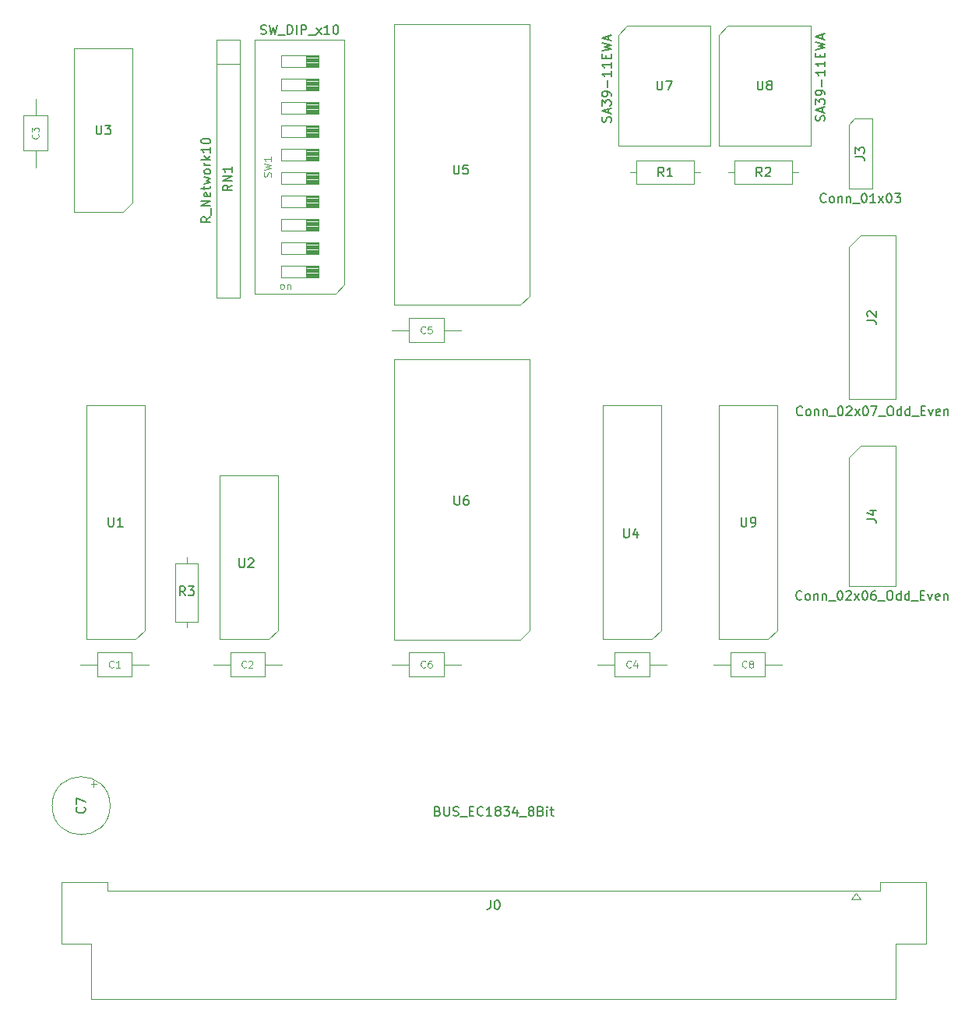
<source format=gbr>
%TF.GenerationSoftware,KiCad,Pcbnew,(5.1.12)-1*%
%TF.CreationDate,2022-05-03T20:15:27+02:00*%
%TF.ProjectId,ec1834-post,65633138-3334-42d7-906f-73742e6b6963,2*%
%TF.SameCoordinates,Original*%
%TF.FileFunction,AssemblyDrawing,Top*%
%FSLAX46Y46*%
G04 Gerber Fmt 4.6, Leading zero omitted, Abs format (unit mm)*
G04 Created by KiCad (PCBNEW (5.1.12)-1) date 2022-05-03 20:15:27*
%MOMM*%
%LPD*%
G01*
G04 APERTURE LIST*
%ADD10C,0.100000*%
%ADD11C,0.150000*%
%ADD12C,0.114000*%
%ADD13C,0.120000*%
G04 APERTURE END LIST*
D10*
%TO.C,U3*%
X77851000Y-73930000D02*
X76851000Y-74930000D01*
X77851000Y-57150000D02*
X77851000Y-73930000D01*
X71501000Y-57150000D02*
X77851000Y-57150000D01*
X71501000Y-74930000D02*
X71501000Y-57150000D01*
X76851000Y-74930000D02*
X71501000Y-74930000D01*
%TO.C,U5*%
X120030000Y-85026500D02*
X106300000Y-85026500D01*
X106300000Y-85026500D02*
X106300000Y-54546500D01*
X106300000Y-54546500D02*
X121030000Y-54546500D01*
X121030000Y-54546500D02*
X121030000Y-84026500D01*
X121030000Y-84026500D02*
X120030000Y-85026500D01*
%TO.C,J0*%
X155964000Y-149601000D02*
X156464000Y-148901000D01*
X156964000Y-149601000D02*
X155964000Y-149601000D01*
X156464000Y-148901000D02*
X156964000Y-149601000D01*
X73344000Y-160441000D02*
X160844000Y-160441000D01*
X73344000Y-154441000D02*
X73344000Y-160441000D01*
X70094000Y-154441000D02*
X73344000Y-154441000D01*
X70094000Y-147701000D02*
X70094000Y-154441000D01*
X75094000Y-147701000D02*
X70094000Y-147701000D01*
X75094000Y-148701000D02*
X75094000Y-147701000D01*
X159094000Y-148701000D02*
X75094000Y-148701000D01*
X159094000Y-147701000D02*
X159094000Y-148701000D01*
X164094000Y-147701000D02*
X159094000Y-147701000D01*
X164094000Y-154441000D02*
X164094000Y-147701000D01*
X160844000Y-154441000D02*
X164094000Y-154441000D01*
X160844000Y-160441000D02*
X160844000Y-154441000D01*
%TO.C,U4*%
X134318500Y-121348500D02*
X128968500Y-121348500D01*
X128968500Y-121348500D02*
X128968500Y-95948500D01*
X128968500Y-95948500D02*
X135318500Y-95948500D01*
X135318500Y-95948500D02*
X135318500Y-120348500D01*
X135318500Y-120348500D02*
X134318500Y-121348500D01*
%TO.C,C4*%
X135897000Y-124079000D02*
X134047000Y-124079000D01*
X128397000Y-124079000D02*
X130247000Y-124079000D01*
X134047000Y-122779000D02*
X130247000Y-122779000D01*
X134047000Y-125379000D02*
X134047000Y-122779000D01*
X130247000Y-125379000D02*
X134047000Y-125379000D01*
X130247000Y-122779000D02*
X130247000Y-125379000D01*
%TO.C,U9*%
X146960000Y-121348500D02*
X141610000Y-121348500D01*
X141610000Y-121348500D02*
X141610000Y-95948500D01*
X141610000Y-95948500D02*
X147960000Y-95948500D01*
X147960000Y-95948500D02*
X147960000Y-120348500D01*
X147960000Y-120348500D02*
X146960000Y-121348500D01*
%TO.C,C8*%
X142820000Y-122779000D02*
X142820000Y-125379000D01*
X142820000Y-125379000D02*
X146620000Y-125379000D01*
X146620000Y-125379000D02*
X146620000Y-122779000D01*
X146620000Y-122779000D02*
X142820000Y-122779000D01*
X140970000Y-124079000D02*
X142820000Y-124079000D01*
X148470000Y-124079000D02*
X146620000Y-124079000D01*
%TO.C,C7*%
X75413000Y-139426000D02*
G75*
G03*
X75413000Y-139426000I-3150000J0D01*
G01*
X73636500Y-136732028D02*
X73636500Y-137362028D01*
X73951500Y-137047028D02*
X73321500Y-137047028D01*
%TO.C,C6*%
X113545000Y-124079000D02*
X111695000Y-124079000D01*
X106045000Y-124079000D02*
X107895000Y-124079000D01*
X111695000Y-122779000D02*
X107895000Y-122779000D01*
X111695000Y-125379000D02*
X111695000Y-122779000D01*
X107895000Y-125379000D02*
X111695000Y-125379000D01*
X107895000Y-122779000D02*
X107895000Y-125379000D01*
%TO.C,C5*%
X113545000Y-87757000D02*
X111695000Y-87757000D01*
X106045000Y-87757000D02*
X107895000Y-87757000D01*
X111695000Y-86457000D02*
X107895000Y-86457000D01*
X111695000Y-89057000D02*
X111695000Y-86457000D01*
X107895000Y-89057000D02*
X111695000Y-89057000D01*
X107895000Y-86457000D02*
X107895000Y-89057000D01*
%TO.C,J4*%
X155702000Y-101600000D02*
X156972000Y-100330000D01*
X155702000Y-115570000D02*
X155702000Y-101600000D01*
X160782000Y-115570000D02*
X155702000Y-115570000D01*
X160782000Y-100330000D02*
X160782000Y-115570000D01*
X156972000Y-100330000D02*
X160782000Y-100330000D01*
%TO.C,J3*%
X155702000Y-65405000D02*
X156337000Y-64770000D01*
X155702000Y-72390000D02*
X155702000Y-65405000D01*
X158242000Y-72390000D02*
X155702000Y-72390000D01*
X158242000Y-64770000D02*
X158242000Y-72390000D01*
X156337000Y-64770000D02*
X158242000Y-64770000D01*
%TO.C,J2*%
X155702000Y-78740000D02*
X156972000Y-77470000D01*
X155702000Y-95250000D02*
X155702000Y-78740000D01*
X160782000Y-95250000D02*
X155702000Y-95250000D01*
X160782000Y-77470000D02*
X160782000Y-95250000D01*
X156972000Y-77470000D02*
X160782000Y-77470000D01*
%TO.C,U8*%
X142558000Y-54714000D02*
X151558000Y-54714000D01*
X141558000Y-55714000D02*
X142558000Y-54714000D01*
X141558000Y-67714000D02*
X141558000Y-55714000D01*
X151558000Y-67714000D02*
X141558000Y-67714000D01*
X151558000Y-54714000D02*
X151558000Y-67714000D01*
%TO.C,U7*%
X131636000Y-54714000D02*
X140636000Y-54714000D01*
X130636000Y-55714000D02*
X131636000Y-54714000D01*
X130636000Y-67714000D02*
X130636000Y-55714000D01*
X140636000Y-67714000D02*
X130636000Y-67714000D01*
X140636000Y-54714000D02*
X140636000Y-67714000D01*
%TO.C,U6*%
X120030000Y-121412000D02*
X106300000Y-121412000D01*
X106300000Y-121412000D02*
X106300000Y-90932000D01*
X106300000Y-90932000D02*
X121030000Y-90932000D01*
X121030000Y-90932000D02*
X121030000Y-120412000D01*
X121030000Y-120412000D02*
X120030000Y-121412000D01*
%TO.C,U2*%
X92637100Y-121348500D02*
X87287100Y-121348500D01*
X87287100Y-121348500D02*
X87287100Y-103568500D01*
X87287100Y-103568500D02*
X93637100Y-103568500D01*
X93637100Y-103568500D02*
X93637100Y-120348500D01*
X93637100Y-120348500D02*
X92637100Y-121348500D01*
%TO.C,U1*%
X78159100Y-121348500D02*
X72809100Y-121348500D01*
X72809100Y-121348500D02*
X72809100Y-95948500D01*
X72809100Y-95948500D02*
X79159100Y-95948500D01*
X79159100Y-95948500D02*
X79159100Y-120348500D01*
X79159100Y-120348500D02*
X78159100Y-121348500D01*
%TO.C,SW1*%
X99902000Y-83794000D02*
X91122000Y-83794000D01*
X91122000Y-83794000D02*
X91122000Y-56214000D01*
X91122000Y-56214000D02*
X100902000Y-56214000D01*
X100902000Y-56214000D02*
X100902000Y-82794000D01*
X100902000Y-82794000D02*
X99902000Y-83794000D01*
X98042000Y-82069000D02*
X98042000Y-80799000D01*
X98042000Y-80799000D02*
X93982000Y-80799000D01*
X93982000Y-80799000D02*
X93982000Y-82069000D01*
X93982000Y-82069000D02*
X98042000Y-82069000D01*
X98042000Y-81969000D02*
X96688667Y-81969000D01*
X98042000Y-81869000D02*
X96688667Y-81869000D01*
X98042000Y-81769000D02*
X96688667Y-81769000D01*
X98042000Y-81669000D02*
X96688667Y-81669000D01*
X98042000Y-81569000D02*
X96688667Y-81569000D01*
X98042000Y-81469000D02*
X96688667Y-81469000D01*
X98042000Y-81369000D02*
X96688667Y-81369000D01*
X98042000Y-81269000D02*
X96688667Y-81269000D01*
X98042000Y-81169000D02*
X96688667Y-81169000D01*
X98042000Y-81069000D02*
X96688667Y-81069000D01*
X98042000Y-80969000D02*
X96688667Y-80969000D01*
X98042000Y-80869000D02*
X96688667Y-80869000D01*
X96688667Y-82069000D02*
X96688667Y-80799000D01*
X98042000Y-79529000D02*
X98042000Y-78259000D01*
X98042000Y-78259000D02*
X93982000Y-78259000D01*
X93982000Y-78259000D02*
X93982000Y-79529000D01*
X93982000Y-79529000D02*
X98042000Y-79529000D01*
X98042000Y-79429000D02*
X96688667Y-79429000D01*
X98042000Y-79329000D02*
X96688667Y-79329000D01*
X98042000Y-79229000D02*
X96688667Y-79229000D01*
X98042000Y-79129000D02*
X96688667Y-79129000D01*
X98042000Y-79029000D02*
X96688667Y-79029000D01*
X98042000Y-78929000D02*
X96688667Y-78929000D01*
X98042000Y-78829000D02*
X96688667Y-78829000D01*
X98042000Y-78729000D02*
X96688667Y-78729000D01*
X98042000Y-78629000D02*
X96688667Y-78629000D01*
X98042000Y-78529000D02*
X96688667Y-78529000D01*
X98042000Y-78429000D02*
X96688667Y-78429000D01*
X98042000Y-78329000D02*
X96688667Y-78329000D01*
X96688667Y-79529000D02*
X96688667Y-78259000D01*
X98042000Y-76989000D02*
X98042000Y-75719000D01*
X98042000Y-75719000D02*
X93982000Y-75719000D01*
X93982000Y-75719000D02*
X93982000Y-76989000D01*
X93982000Y-76989000D02*
X98042000Y-76989000D01*
X98042000Y-76889000D02*
X96688667Y-76889000D01*
X98042000Y-76789000D02*
X96688667Y-76789000D01*
X98042000Y-76689000D02*
X96688667Y-76689000D01*
X98042000Y-76589000D02*
X96688667Y-76589000D01*
X98042000Y-76489000D02*
X96688667Y-76489000D01*
X98042000Y-76389000D02*
X96688667Y-76389000D01*
X98042000Y-76289000D02*
X96688667Y-76289000D01*
X98042000Y-76189000D02*
X96688667Y-76189000D01*
X98042000Y-76089000D02*
X96688667Y-76089000D01*
X98042000Y-75989000D02*
X96688667Y-75989000D01*
X98042000Y-75889000D02*
X96688667Y-75889000D01*
X98042000Y-75789000D02*
X96688667Y-75789000D01*
X96688667Y-76989000D02*
X96688667Y-75719000D01*
X98042000Y-74449000D02*
X98042000Y-73179000D01*
X98042000Y-73179000D02*
X93982000Y-73179000D01*
X93982000Y-73179000D02*
X93982000Y-74449000D01*
X93982000Y-74449000D02*
X98042000Y-74449000D01*
X98042000Y-74349000D02*
X96688667Y-74349000D01*
X98042000Y-74249000D02*
X96688667Y-74249000D01*
X98042000Y-74149000D02*
X96688667Y-74149000D01*
X98042000Y-74049000D02*
X96688667Y-74049000D01*
X98042000Y-73949000D02*
X96688667Y-73949000D01*
X98042000Y-73849000D02*
X96688667Y-73849000D01*
X98042000Y-73749000D02*
X96688667Y-73749000D01*
X98042000Y-73649000D02*
X96688667Y-73649000D01*
X98042000Y-73549000D02*
X96688667Y-73549000D01*
X98042000Y-73449000D02*
X96688667Y-73449000D01*
X98042000Y-73349000D02*
X96688667Y-73349000D01*
X98042000Y-73249000D02*
X96688667Y-73249000D01*
X96688667Y-74449000D02*
X96688667Y-73179000D01*
X98042000Y-71909000D02*
X98042000Y-70639000D01*
X98042000Y-70639000D02*
X93982000Y-70639000D01*
X93982000Y-70639000D02*
X93982000Y-71909000D01*
X93982000Y-71909000D02*
X98042000Y-71909000D01*
X98042000Y-71809000D02*
X96688667Y-71809000D01*
X98042000Y-71709000D02*
X96688667Y-71709000D01*
X98042000Y-71609000D02*
X96688667Y-71609000D01*
X98042000Y-71509000D02*
X96688667Y-71509000D01*
X98042000Y-71409000D02*
X96688667Y-71409000D01*
X98042000Y-71309000D02*
X96688667Y-71309000D01*
X98042000Y-71209000D02*
X96688667Y-71209000D01*
X98042000Y-71109000D02*
X96688667Y-71109000D01*
X98042000Y-71009000D02*
X96688667Y-71009000D01*
X98042000Y-70909000D02*
X96688667Y-70909000D01*
X98042000Y-70809000D02*
X96688667Y-70809000D01*
X98042000Y-70709000D02*
X96688667Y-70709000D01*
X96688667Y-71909000D02*
X96688667Y-70639000D01*
X98042000Y-69369000D02*
X98042000Y-68099000D01*
X98042000Y-68099000D02*
X93982000Y-68099000D01*
X93982000Y-68099000D02*
X93982000Y-69369000D01*
X93982000Y-69369000D02*
X98042000Y-69369000D01*
X98042000Y-69269000D02*
X96688667Y-69269000D01*
X98042000Y-69169000D02*
X96688667Y-69169000D01*
X98042000Y-69069000D02*
X96688667Y-69069000D01*
X98042000Y-68969000D02*
X96688667Y-68969000D01*
X98042000Y-68869000D02*
X96688667Y-68869000D01*
X98042000Y-68769000D02*
X96688667Y-68769000D01*
X98042000Y-68669000D02*
X96688667Y-68669000D01*
X98042000Y-68569000D02*
X96688667Y-68569000D01*
X98042000Y-68469000D02*
X96688667Y-68469000D01*
X98042000Y-68369000D02*
X96688667Y-68369000D01*
X98042000Y-68269000D02*
X96688667Y-68269000D01*
X98042000Y-68169000D02*
X96688667Y-68169000D01*
X96688667Y-69369000D02*
X96688667Y-68099000D01*
X98042000Y-66829000D02*
X98042000Y-65559000D01*
X98042000Y-65559000D02*
X93982000Y-65559000D01*
X93982000Y-65559000D02*
X93982000Y-66829000D01*
X93982000Y-66829000D02*
X98042000Y-66829000D01*
X98042000Y-66729000D02*
X96688667Y-66729000D01*
X98042000Y-66629000D02*
X96688667Y-66629000D01*
X98042000Y-66529000D02*
X96688667Y-66529000D01*
X98042000Y-66429000D02*
X96688667Y-66429000D01*
X98042000Y-66329000D02*
X96688667Y-66329000D01*
X98042000Y-66229000D02*
X96688667Y-66229000D01*
X98042000Y-66129000D02*
X96688667Y-66129000D01*
X98042000Y-66029000D02*
X96688667Y-66029000D01*
X98042000Y-65929000D02*
X96688667Y-65929000D01*
X98042000Y-65829000D02*
X96688667Y-65829000D01*
X98042000Y-65729000D02*
X96688667Y-65729000D01*
X98042000Y-65629000D02*
X96688667Y-65629000D01*
X96688667Y-66829000D02*
X96688667Y-65559000D01*
X98042000Y-64289000D02*
X98042000Y-63019000D01*
X98042000Y-63019000D02*
X93982000Y-63019000D01*
X93982000Y-63019000D02*
X93982000Y-64289000D01*
X93982000Y-64289000D02*
X98042000Y-64289000D01*
X98042000Y-64189000D02*
X96688667Y-64189000D01*
X98042000Y-64089000D02*
X96688667Y-64089000D01*
X98042000Y-63989000D02*
X96688667Y-63989000D01*
X98042000Y-63889000D02*
X96688667Y-63889000D01*
X98042000Y-63789000D02*
X96688667Y-63789000D01*
X98042000Y-63689000D02*
X96688667Y-63689000D01*
X98042000Y-63589000D02*
X96688667Y-63589000D01*
X98042000Y-63489000D02*
X96688667Y-63489000D01*
X98042000Y-63389000D02*
X96688667Y-63389000D01*
X98042000Y-63289000D02*
X96688667Y-63289000D01*
X98042000Y-63189000D02*
X96688667Y-63189000D01*
X98042000Y-63089000D02*
X96688667Y-63089000D01*
X96688667Y-64289000D02*
X96688667Y-63019000D01*
X98042000Y-61749000D02*
X98042000Y-60479000D01*
X98042000Y-60479000D02*
X93982000Y-60479000D01*
X93982000Y-60479000D02*
X93982000Y-61749000D01*
X93982000Y-61749000D02*
X98042000Y-61749000D01*
X98042000Y-61649000D02*
X96688667Y-61649000D01*
X98042000Y-61549000D02*
X96688667Y-61549000D01*
X98042000Y-61449000D02*
X96688667Y-61449000D01*
X98042000Y-61349000D02*
X96688667Y-61349000D01*
X98042000Y-61249000D02*
X96688667Y-61249000D01*
X98042000Y-61149000D02*
X96688667Y-61149000D01*
X98042000Y-61049000D02*
X96688667Y-61049000D01*
X98042000Y-60949000D02*
X96688667Y-60949000D01*
X98042000Y-60849000D02*
X96688667Y-60849000D01*
X98042000Y-60749000D02*
X96688667Y-60749000D01*
X98042000Y-60649000D02*
X96688667Y-60649000D01*
X98042000Y-60549000D02*
X96688667Y-60549000D01*
X96688667Y-61749000D02*
X96688667Y-60479000D01*
X98042000Y-59209000D02*
X98042000Y-57939000D01*
X98042000Y-57939000D02*
X93982000Y-57939000D01*
X93982000Y-57939000D02*
X93982000Y-59209000D01*
X93982000Y-59209000D02*
X98042000Y-59209000D01*
X98042000Y-59109000D02*
X96688667Y-59109000D01*
X98042000Y-59009000D02*
X96688667Y-59009000D01*
X98042000Y-58909000D02*
X96688667Y-58909000D01*
X98042000Y-58809000D02*
X96688667Y-58809000D01*
X98042000Y-58709000D02*
X96688667Y-58709000D01*
X98042000Y-58609000D02*
X96688667Y-58609000D01*
X98042000Y-58509000D02*
X96688667Y-58509000D01*
X98042000Y-58409000D02*
X96688667Y-58409000D01*
X98042000Y-58309000D02*
X96688667Y-58309000D01*
X98042000Y-58209000D02*
X96688667Y-58209000D01*
X98042000Y-58109000D02*
X96688667Y-58109000D01*
X98042000Y-58009000D02*
X96688667Y-58009000D01*
X96688667Y-59209000D02*
X96688667Y-57939000D01*
%TO.C,RN1*%
X89515000Y-56241000D02*
X87015000Y-56241000D01*
X87015000Y-56241000D02*
X87015000Y-84221000D01*
X87015000Y-84221000D02*
X89515000Y-84221000D01*
X89515000Y-84221000D02*
X89515000Y-56241000D01*
X89515000Y-58801000D02*
X87015000Y-58801000D01*
%TO.C,R3*%
X84981100Y-113118500D02*
X82481100Y-113118500D01*
X82481100Y-113118500D02*
X82481100Y-119418500D01*
X82481100Y-119418500D02*
X84981100Y-119418500D01*
X84981100Y-119418500D02*
X84981100Y-113118500D01*
X83731100Y-112458500D02*
X83731100Y-113118500D01*
X83731100Y-120078500D02*
X83731100Y-119418500D01*
%TO.C,R2*%
X149581000Y-71862000D02*
X149581000Y-69362000D01*
X149581000Y-69362000D02*
X143281000Y-69362000D01*
X143281000Y-69362000D02*
X143281000Y-71862000D01*
X143281000Y-71862000D02*
X149581000Y-71862000D01*
X150241000Y-70612000D02*
X149581000Y-70612000D01*
X142621000Y-70612000D02*
X143281000Y-70612000D01*
%TO.C,R1*%
X132613000Y-69362000D02*
X132613000Y-71862000D01*
X132613000Y-71862000D02*
X138913000Y-71862000D01*
X138913000Y-71862000D02*
X138913000Y-69362000D01*
X138913000Y-69362000D02*
X132613000Y-69362000D01*
X131953000Y-70612000D02*
X132613000Y-70612000D01*
X139573000Y-70612000D02*
X138913000Y-70612000D01*
%TO.C,C3*%
X66010000Y-68254000D02*
X68610000Y-68254000D01*
X68610000Y-68254000D02*
X68610000Y-64454000D01*
X68610000Y-64454000D02*
X66010000Y-64454000D01*
X66010000Y-64454000D02*
X66010000Y-68254000D01*
X67310000Y-70104000D02*
X67310000Y-68254000D01*
X67310000Y-62604000D02*
X67310000Y-64454000D01*
%TO.C,C2*%
X88472100Y-122779000D02*
X88472100Y-125379000D01*
X88472100Y-125379000D02*
X92272100Y-125379000D01*
X92272100Y-125379000D02*
X92272100Y-122779000D01*
X92272100Y-122779000D02*
X88472100Y-122779000D01*
X86622100Y-124079000D02*
X88472100Y-124079000D01*
X94122100Y-124079000D02*
X92272100Y-124079000D01*
%TO.C,C1*%
X73994100Y-122779000D02*
X73994100Y-125379000D01*
X73994100Y-125379000D02*
X77794100Y-125379000D01*
X77794100Y-125379000D02*
X77794100Y-122779000D01*
X77794100Y-122779000D02*
X73994100Y-122779000D01*
X72144100Y-124079000D02*
X73994100Y-124079000D01*
X79644100Y-124079000D02*
X77794100Y-124079000D01*
%TD*%
%TO.C,U3*%
D11*
X73914095Y-65492380D02*
X73914095Y-66301904D01*
X73961714Y-66397142D01*
X74009333Y-66444761D01*
X74104571Y-66492380D01*
X74295047Y-66492380D01*
X74390285Y-66444761D01*
X74437904Y-66397142D01*
X74485523Y-66301904D01*
X74485523Y-65492380D01*
X74866476Y-65492380D02*
X75485523Y-65492380D01*
X75152190Y-65873333D01*
X75295047Y-65873333D01*
X75390285Y-65920952D01*
X75437904Y-65968571D01*
X75485523Y-66063809D01*
X75485523Y-66301904D01*
X75437904Y-66397142D01*
X75390285Y-66444761D01*
X75295047Y-66492380D01*
X75009333Y-66492380D01*
X74914095Y-66444761D01*
X74866476Y-66397142D01*
%TO.C,U5*%
X112776095Y-69810380D02*
X112776095Y-70619904D01*
X112823714Y-70715142D01*
X112871333Y-70762761D01*
X112966571Y-70810380D01*
X113157047Y-70810380D01*
X113252285Y-70762761D01*
X113299904Y-70715142D01*
X113347523Y-70619904D01*
X113347523Y-69810380D01*
X114299904Y-69810380D02*
X113823714Y-69810380D01*
X113776095Y-70286571D01*
X113823714Y-70238952D01*
X113918952Y-70191333D01*
X114157047Y-70191333D01*
X114252285Y-70238952D01*
X114299904Y-70286571D01*
X114347523Y-70381809D01*
X114347523Y-70619904D01*
X114299904Y-70715142D01*
X114252285Y-70762761D01*
X114157047Y-70810380D01*
X113918952Y-70810380D01*
X113823714Y-70762761D01*
X113776095Y-70715142D01*
%TO.C,J0*%
X111046380Y-140009571D02*
X111189238Y-140057190D01*
X111236857Y-140104809D01*
X111284476Y-140200047D01*
X111284476Y-140342904D01*
X111236857Y-140438142D01*
X111189238Y-140485761D01*
X111094000Y-140533380D01*
X110713047Y-140533380D01*
X110713047Y-139533380D01*
X111046380Y-139533380D01*
X111141619Y-139581000D01*
X111189238Y-139628619D01*
X111236857Y-139723857D01*
X111236857Y-139819095D01*
X111189238Y-139914333D01*
X111141619Y-139961952D01*
X111046380Y-140009571D01*
X110713047Y-140009571D01*
X111713047Y-139533380D02*
X111713047Y-140342904D01*
X111760666Y-140438142D01*
X111808285Y-140485761D01*
X111903523Y-140533380D01*
X112094000Y-140533380D01*
X112189238Y-140485761D01*
X112236857Y-140438142D01*
X112284476Y-140342904D01*
X112284476Y-139533380D01*
X112713047Y-140485761D02*
X112855904Y-140533380D01*
X113094000Y-140533380D01*
X113189238Y-140485761D01*
X113236857Y-140438142D01*
X113284476Y-140342904D01*
X113284476Y-140247666D01*
X113236857Y-140152428D01*
X113189238Y-140104809D01*
X113094000Y-140057190D01*
X112903523Y-140009571D01*
X112808285Y-139961952D01*
X112760666Y-139914333D01*
X112713047Y-139819095D01*
X112713047Y-139723857D01*
X112760666Y-139628619D01*
X112808285Y-139581000D01*
X112903523Y-139533380D01*
X113141619Y-139533380D01*
X113284476Y-139581000D01*
X113474952Y-140628619D02*
X114236857Y-140628619D01*
X114474952Y-140009571D02*
X114808285Y-140009571D01*
X114951142Y-140533380D02*
X114474952Y-140533380D01*
X114474952Y-139533380D01*
X114951142Y-139533380D01*
X115951142Y-140438142D02*
X115903523Y-140485761D01*
X115760666Y-140533380D01*
X115665428Y-140533380D01*
X115522571Y-140485761D01*
X115427333Y-140390523D01*
X115379714Y-140295285D01*
X115332095Y-140104809D01*
X115332095Y-139961952D01*
X115379714Y-139771476D01*
X115427333Y-139676238D01*
X115522571Y-139581000D01*
X115665428Y-139533380D01*
X115760666Y-139533380D01*
X115903523Y-139581000D01*
X115951142Y-139628619D01*
X116903523Y-140533380D02*
X116332095Y-140533380D01*
X116617809Y-140533380D02*
X116617809Y-139533380D01*
X116522571Y-139676238D01*
X116427333Y-139771476D01*
X116332095Y-139819095D01*
X117474952Y-139961952D02*
X117379714Y-139914333D01*
X117332095Y-139866714D01*
X117284476Y-139771476D01*
X117284476Y-139723857D01*
X117332095Y-139628619D01*
X117379714Y-139581000D01*
X117474952Y-139533380D01*
X117665428Y-139533380D01*
X117760666Y-139581000D01*
X117808285Y-139628619D01*
X117855904Y-139723857D01*
X117855904Y-139771476D01*
X117808285Y-139866714D01*
X117760666Y-139914333D01*
X117665428Y-139961952D01*
X117474952Y-139961952D01*
X117379714Y-140009571D01*
X117332095Y-140057190D01*
X117284476Y-140152428D01*
X117284476Y-140342904D01*
X117332095Y-140438142D01*
X117379714Y-140485761D01*
X117474952Y-140533380D01*
X117665428Y-140533380D01*
X117760666Y-140485761D01*
X117808285Y-140438142D01*
X117855904Y-140342904D01*
X117855904Y-140152428D01*
X117808285Y-140057190D01*
X117760666Y-140009571D01*
X117665428Y-139961952D01*
X118189238Y-139533380D02*
X118808285Y-139533380D01*
X118474952Y-139914333D01*
X118617809Y-139914333D01*
X118713047Y-139961952D01*
X118760666Y-140009571D01*
X118808285Y-140104809D01*
X118808285Y-140342904D01*
X118760666Y-140438142D01*
X118713047Y-140485761D01*
X118617809Y-140533380D01*
X118332095Y-140533380D01*
X118236857Y-140485761D01*
X118189238Y-140438142D01*
X119665428Y-139866714D02*
X119665428Y-140533380D01*
X119427333Y-139485761D02*
X119189238Y-140200047D01*
X119808285Y-140200047D01*
X119951142Y-140628619D02*
X120713047Y-140628619D01*
X121094000Y-139961952D02*
X120998761Y-139914333D01*
X120951142Y-139866714D01*
X120903523Y-139771476D01*
X120903523Y-139723857D01*
X120951142Y-139628619D01*
X120998761Y-139581000D01*
X121094000Y-139533380D01*
X121284476Y-139533380D01*
X121379714Y-139581000D01*
X121427333Y-139628619D01*
X121474952Y-139723857D01*
X121474952Y-139771476D01*
X121427333Y-139866714D01*
X121379714Y-139914333D01*
X121284476Y-139961952D01*
X121094000Y-139961952D01*
X120998761Y-140009571D01*
X120951142Y-140057190D01*
X120903523Y-140152428D01*
X120903523Y-140342904D01*
X120951142Y-140438142D01*
X120998761Y-140485761D01*
X121094000Y-140533380D01*
X121284476Y-140533380D01*
X121379714Y-140485761D01*
X121427333Y-140438142D01*
X121474952Y-140342904D01*
X121474952Y-140152428D01*
X121427333Y-140057190D01*
X121379714Y-140009571D01*
X121284476Y-139961952D01*
X122236857Y-140009571D02*
X122379714Y-140057190D01*
X122427333Y-140104809D01*
X122474952Y-140200047D01*
X122474952Y-140342904D01*
X122427333Y-140438142D01*
X122379714Y-140485761D01*
X122284476Y-140533380D01*
X121903523Y-140533380D01*
X121903523Y-139533380D01*
X122236857Y-139533380D01*
X122332095Y-139581000D01*
X122379714Y-139628619D01*
X122427333Y-139723857D01*
X122427333Y-139819095D01*
X122379714Y-139914333D01*
X122332095Y-139961952D01*
X122236857Y-140009571D01*
X121903523Y-140009571D01*
X122903523Y-140533380D02*
X122903523Y-139866714D01*
X122903523Y-139533380D02*
X122855904Y-139581000D01*
X122903523Y-139628619D01*
X122951142Y-139581000D01*
X122903523Y-139533380D01*
X122903523Y-139628619D01*
X123236857Y-139866714D02*
X123617809Y-139866714D01*
X123379714Y-139533380D02*
X123379714Y-140390523D01*
X123427333Y-140485761D01*
X123522571Y-140533380D01*
X123617809Y-140533380D01*
X116760666Y-149693380D02*
X116760666Y-150407666D01*
X116713047Y-150550523D01*
X116617809Y-150645761D01*
X116474952Y-150693380D01*
X116379714Y-150693380D01*
X117427333Y-149693380D02*
X117522571Y-149693380D01*
X117617809Y-149741000D01*
X117665428Y-149788619D01*
X117713047Y-149883857D01*
X117760666Y-150074333D01*
X117760666Y-150312428D01*
X117713047Y-150502904D01*
X117665428Y-150598142D01*
X117617809Y-150645761D01*
X117522571Y-150693380D01*
X117427333Y-150693380D01*
X117332095Y-150645761D01*
X117284476Y-150598142D01*
X117236857Y-150502904D01*
X117189238Y-150312428D01*
X117189238Y-150074333D01*
X117236857Y-149883857D01*
X117284476Y-149788619D01*
X117332095Y-149741000D01*
X117427333Y-149693380D01*
%TO.C,U4*%
X131254595Y-109307380D02*
X131254595Y-110116904D01*
X131302214Y-110212142D01*
X131349833Y-110259761D01*
X131445071Y-110307380D01*
X131635547Y-110307380D01*
X131730785Y-110259761D01*
X131778404Y-110212142D01*
X131826023Y-110116904D01*
X131826023Y-109307380D01*
X132730785Y-109640714D02*
X132730785Y-110307380D01*
X132492690Y-109259761D02*
X132254595Y-109974047D01*
X132873642Y-109974047D01*
%TO.C,C4*%
D12*
X132020333Y-124350428D02*
X131984142Y-124386619D01*
X131875571Y-124422809D01*
X131803190Y-124422809D01*
X131694619Y-124386619D01*
X131622238Y-124314238D01*
X131586047Y-124241857D01*
X131549857Y-124097095D01*
X131549857Y-123988523D01*
X131586047Y-123843761D01*
X131622238Y-123771380D01*
X131694619Y-123699000D01*
X131803190Y-123662809D01*
X131875571Y-123662809D01*
X131984142Y-123699000D01*
X132020333Y-123735190D01*
X132671761Y-123916142D02*
X132671761Y-124422809D01*
X132490809Y-123626619D02*
X132309857Y-124169476D01*
X132780333Y-124169476D01*
%TO.C,U9*%
D11*
X144023095Y-108100880D02*
X144023095Y-108910404D01*
X144070714Y-109005642D01*
X144118333Y-109053261D01*
X144213571Y-109100880D01*
X144404047Y-109100880D01*
X144499285Y-109053261D01*
X144546904Y-109005642D01*
X144594523Y-108910404D01*
X144594523Y-108100880D01*
X145118333Y-109100880D02*
X145308809Y-109100880D01*
X145404047Y-109053261D01*
X145451666Y-109005642D01*
X145546904Y-108862785D01*
X145594523Y-108672309D01*
X145594523Y-108291357D01*
X145546904Y-108196119D01*
X145499285Y-108148500D01*
X145404047Y-108100880D01*
X145213571Y-108100880D01*
X145118333Y-108148500D01*
X145070714Y-108196119D01*
X145023095Y-108291357D01*
X145023095Y-108529452D01*
X145070714Y-108624690D01*
X145118333Y-108672309D01*
X145213571Y-108719928D01*
X145404047Y-108719928D01*
X145499285Y-108672309D01*
X145546904Y-108624690D01*
X145594523Y-108529452D01*
%TO.C,C8*%
D12*
X144593333Y-124350428D02*
X144557142Y-124386619D01*
X144448571Y-124422809D01*
X144376190Y-124422809D01*
X144267619Y-124386619D01*
X144195238Y-124314238D01*
X144159047Y-124241857D01*
X144122857Y-124097095D01*
X144122857Y-123988523D01*
X144159047Y-123843761D01*
X144195238Y-123771380D01*
X144267619Y-123699000D01*
X144376190Y-123662809D01*
X144448571Y-123662809D01*
X144557142Y-123699000D01*
X144593333Y-123735190D01*
X145027619Y-123988523D02*
X144955238Y-123952333D01*
X144919047Y-123916142D01*
X144882857Y-123843761D01*
X144882857Y-123807571D01*
X144919047Y-123735190D01*
X144955238Y-123699000D01*
X145027619Y-123662809D01*
X145172380Y-123662809D01*
X145244761Y-123699000D01*
X145280952Y-123735190D01*
X145317142Y-123807571D01*
X145317142Y-123843761D01*
X145280952Y-123916142D01*
X145244761Y-123952333D01*
X145172380Y-123988523D01*
X145027619Y-123988523D01*
X144955238Y-124024714D01*
X144919047Y-124060904D01*
X144882857Y-124133285D01*
X144882857Y-124278047D01*
X144919047Y-124350428D01*
X144955238Y-124386619D01*
X145027619Y-124422809D01*
X145172380Y-124422809D01*
X145244761Y-124386619D01*
X145280952Y-124350428D01*
X145317142Y-124278047D01*
X145317142Y-124133285D01*
X145280952Y-124060904D01*
X145244761Y-124024714D01*
X145172380Y-123988523D01*
%TO.C,C7*%
D11*
X72620142Y-139592666D02*
X72667761Y-139640285D01*
X72715380Y-139783142D01*
X72715380Y-139878380D01*
X72667761Y-140021238D01*
X72572523Y-140116476D01*
X72477285Y-140164095D01*
X72286809Y-140211714D01*
X72143952Y-140211714D01*
X71953476Y-140164095D01*
X71858238Y-140116476D01*
X71763000Y-140021238D01*
X71715380Y-139878380D01*
X71715380Y-139783142D01*
X71763000Y-139640285D01*
X71810619Y-139592666D01*
X71715380Y-139259333D02*
X71715380Y-138592666D01*
X72715380Y-139021238D01*
%TO.C,C6*%
D12*
X109668333Y-124350428D02*
X109632142Y-124386619D01*
X109523571Y-124422809D01*
X109451190Y-124422809D01*
X109342619Y-124386619D01*
X109270238Y-124314238D01*
X109234047Y-124241857D01*
X109197857Y-124097095D01*
X109197857Y-123988523D01*
X109234047Y-123843761D01*
X109270238Y-123771380D01*
X109342619Y-123699000D01*
X109451190Y-123662809D01*
X109523571Y-123662809D01*
X109632142Y-123699000D01*
X109668333Y-123735190D01*
X110319761Y-123662809D02*
X110175000Y-123662809D01*
X110102619Y-123699000D01*
X110066428Y-123735190D01*
X109994047Y-123843761D01*
X109957857Y-123988523D01*
X109957857Y-124278047D01*
X109994047Y-124350428D01*
X110030238Y-124386619D01*
X110102619Y-124422809D01*
X110247380Y-124422809D01*
X110319761Y-124386619D01*
X110355952Y-124350428D01*
X110392142Y-124278047D01*
X110392142Y-124097095D01*
X110355952Y-124024714D01*
X110319761Y-123988523D01*
X110247380Y-123952333D01*
X110102619Y-123952333D01*
X110030238Y-123988523D01*
X109994047Y-124024714D01*
X109957857Y-124097095D01*
%TO.C,C5*%
X109668333Y-88028428D02*
X109632142Y-88064619D01*
X109523571Y-88100809D01*
X109451190Y-88100809D01*
X109342619Y-88064619D01*
X109270238Y-87992238D01*
X109234047Y-87919857D01*
X109197857Y-87775095D01*
X109197857Y-87666523D01*
X109234047Y-87521761D01*
X109270238Y-87449380D01*
X109342619Y-87377000D01*
X109451190Y-87340809D01*
X109523571Y-87340809D01*
X109632142Y-87377000D01*
X109668333Y-87413190D01*
X110355952Y-87340809D02*
X109994047Y-87340809D01*
X109957857Y-87702714D01*
X109994047Y-87666523D01*
X110066428Y-87630333D01*
X110247380Y-87630333D01*
X110319761Y-87666523D01*
X110355952Y-87702714D01*
X110392142Y-87775095D01*
X110392142Y-87956047D01*
X110355952Y-88028428D01*
X110319761Y-88064619D01*
X110247380Y-88100809D01*
X110066428Y-88100809D01*
X109994047Y-88064619D01*
X109957857Y-88028428D01*
%TO.C,J4*%
D11*
X150599142Y-116987142D02*
X150551523Y-117034761D01*
X150408666Y-117082380D01*
X150313428Y-117082380D01*
X150170571Y-117034761D01*
X150075333Y-116939523D01*
X150027714Y-116844285D01*
X149980095Y-116653809D01*
X149980095Y-116510952D01*
X150027714Y-116320476D01*
X150075333Y-116225238D01*
X150170571Y-116130000D01*
X150313428Y-116082380D01*
X150408666Y-116082380D01*
X150551523Y-116130000D01*
X150599142Y-116177619D01*
X151170571Y-117082380D02*
X151075333Y-117034761D01*
X151027714Y-116987142D01*
X150980095Y-116891904D01*
X150980095Y-116606190D01*
X151027714Y-116510952D01*
X151075333Y-116463333D01*
X151170571Y-116415714D01*
X151313428Y-116415714D01*
X151408666Y-116463333D01*
X151456285Y-116510952D01*
X151503904Y-116606190D01*
X151503904Y-116891904D01*
X151456285Y-116987142D01*
X151408666Y-117034761D01*
X151313428Y-117082380D01*
X151170571Y-117082380D01*
X151932476Y-116415714D02*
X151932476Y-117082380D01*
X151932476Y-116510952D02*
X151980095Y-116463333D01*
X152075333Y-116415714D01*
X152218190Y-116415714D01*
X152313428Y-116463333D01*
X152361047Y-116558571D01*
X152361047Y-117082380D01*
X152837238Y-116415714D02*
X152837238Y-117082380D01*
X152837238Y-116510952D02*
X152884857Y-116463333D01*
X152980095Y-116415714D01*
X153122952Y-116415714D01*
X153218190Y-116463333D01*
X153265809Y-116558571D01*
X153265809Y-117082380D01*
X153503904Y-117177619D02*
X154265809Y-117177619D01*
X154694380Y-116082380D02*
X154789619Y-116082380D01*
X154884857Y-116130000D01*
X154932476Y-116177619D01*
X154980095Y-116272857D01*
X155027714Y-116463333D01*
X155027714Y-116701428D01*
X154980095Y-116891904D01*
X154932476Y-116987142D01*
X154884857Y-117034761D01*
X154789619Y-117082380D01*
X154694380Y-117082380D01*
X154599142Y-117034761D01*
X154551523Y-116987142D01*
X154503904Y-116891904D01*
X154456285Y-116701428D01*
X154456285Y-116463333D01*
X154503904Y-116272857D01*
X154551523Y-116177619D01*
X154599142Y-116130000D01*
X154694380Y-116082380D01*
X155408666Y-116177619D02*
X155456285Y-116130000D01*
X155551523Y-116082380D01*
X155789619Y-116082380D01*
X155884857Y-116130000D01*
X155932476Y-116177619D01*
X155980095Y-116272857D01*
X155980095Y-116368095D01*
X155932476Y-116510952D01*
X155361047Y-117082380D01*
X155980095Y-117082380D01*
X156313428Y-117082380D02*
X156837238Y-116415714D01*
X156313428Y-116415714D02*
X156837238Y-117082380D01*
X157408666Y-116082380D02*
X157503904Y-116082380D01*
X157599142Y-116130000D01*
X157646761Y-116177619D01*
X157694380Y-116272857D01*
X157742000Y-116463333D01*
X157742000Y-116701428D01*
X157694380Y-116891904D01*
X157646761Y-116987142D01*
X157599142Y-117034761D01*
X157503904Y-117082380D01*
X157408666Y-117082380D01*
X157313428Y-117034761D01*
X157265809Y-116987142D01*
X157218190Y-116891904D01*
X157170571Y-116701428D01*
X157170571Y-116463333D01*
X157218190Y-116272857D01*
X157265809Y-116177619D01*
X157313428Y-116130000D01*
X157408666Y-116082380D01*
X158599142Y-116082380D02*
X158408666Y-116082380D01*
X158313428Y-116130000D01*
X158265809Y-116177619D01*
X158170571Y-116320476D01*
X158122952Y-116510952D01*
X158122952Y-116891904D01*
X158170571Y-116987142D01*
X158218190Y-117034761D01*
X158313428Y-117082380D01*
X158503904Y-117082380D01*
X158599142Y-117034761D01*
X158646761Y-116987142D01*
X158694380Y-116891904D01*
X158694380Y-116653809D01*
X158646761Y-116558571D01*
X158599142Y-116510952D01*
X158503904Y-116463333D01*
X158313428Y-116463333D01*
X158218190Y-116510952D01*
X158170571Y-116558571D01*
X158122952Y-116653809D01*
X158884857Y-117177619D02*
X159646761Y-117177619D01*
X160075333Y-116082380D02*
X160265809Y-116082380D01*
X160361047Y-116130000D01*
X160456285Y-116225238D01*
X160503904Y-116415714D01*
X160503904Y-116749047D01*
X160456285Y-116939523D01*
X160361047Y-117034761D01*
X160265809Y-117082380D01*
X160075333Y-117082380D01*
X159980095Y-117034761D01*
X159884857Y-116939523D01*
X159837238Y-116749047D01*
X159837238Y-116415714D01*
X159884857Y-116225238D01*
X159980095Y-116130000D01*
X160075333Y-116082380D01*
X161361047Y-117082380D02*
X161361047Y-116082380D01*
X161361047Y-117034761D02*
X161265809Y-117082380D01*
X161075333Y-117082380D01*
X160980095Y-117034761D01*
X160932476Y-116987142D01*
X160884857Y-116891904D01*
X160884857Y-116606190D01*
X160932476Y-116510952D01*
X160980095Y-116463333D01*
X161075333Y-116415714D01*
X161265809Y-116415714D01*
X161361047Y-116463333D01*
X162265809Y-117082380D02*
X162265809Y-116082380D01*
X162265809Y-117034761D02*
X162170571Y-117082380D01*
X161980095Y-117082380D01*
X161884857Y-117034761D01*
X161837238Y-116987142D01*
X161789619Y-116891904D01*
X161789619Y-116606190D01*
X161837238Y-116510952D01*
X161884857Y-116463333D01*
X161980095Y-116415714D01*
X162170571Y-116415714D01*
X162265809Y-116463333D01*
X162503904Y-117177619D02*
X163265809Y-117177619D01*
X163503904Y-116558571D02*
X163837238Y-116558571D01*
X163980095Y-117082380D02*
X163503904Y-117082380D01*
X163503904Y-116082380D01*
X163980095Y-116082380D01*
X164313428Y-116415714D02*
X164551523Y-117082380D01*
X164789619Y-116415714D01*
X165551523Y-117034761D02*
X165456285Y-117082380D01*
X165265809Y-117082380D01*
X165170571Y-117034761D01*
X165122952Y-116939523D01*
X165122952Y-116558571D01*
X165170571Y-116463333D01*
X165265809Y-116415714D01*
X165456285Y-116415714D01*
X165551523Y-116463333D01*
X165599142Y-116558571D01*
X165599142Y-116653809D01*
X165122952Y-116749047D01*
X166027714Y-116415714D02*
X166027714Y-117082380D01*
X166027714Y-116510952D02*
X166075333Y-116463333D01*
X166170571Y-116415714D01*
X166313428Y-116415714D01*
X166408666Y-116463333D01*
X166456285Y-116558571D01*
X166456285Y-117082380D01*
X157694380Y-108283333D02*
X158408666Y-108283333D01*
X158551523Y-108330952D01*
X158646761Y-108426190D01*
X158694380Y-108569047D01*
X158694380Y-108664285D01*
X158027714Y-107378571D02*
X158694380Y-107378571D01*
X157646761Y-107616666D02*
X158361047Y-107854761D01*
X158361047Y-107235714D01*
%TO.C,J3*%
X153233904Y-73807142D02*
X153186285Y-73854761D01*
X153043428Y-73902380D01*
X152948190Y-73902380D01*
X152805333Y-73854761D01*
X152710095Y-73759523D01*
X152662476Y-73664285D01*
X152614857Y-73473809D01*
X152614857Y-73330952D01*
X152662476Y-73140476D01*
X152710095Y-73045238D01*
X152805333Y-72950000D01*
X152948190Y-72902380D01*
X153043428Y-72902380D01*
X153186285Y-72950000D01*
X153233904Y-72997619D01*
X153805333Y-73902380D02*
X153710095Y-73854761D01*
X153662476Y-73807142D01*
X153614857Y-73711904D01*
X153614857Y-73426190D01*
X153662476Y-73330952D01*
X153710095Y-73283333D01*
X153805333Y-73235714D01*
X153948190Y-73235714D01*
X154043428Y-73283333D01*
X154091047Y-73330952D01*
X154138666Y-73426190D01*
X154138666Y-73711904D01*
X154091047Y-73807142D01*
X154043428Y-73854761D01*
X153948190Y-73902380D01*
X153805333Y-73902380D01*
X154567238Y-73235714D02*
X154567238Y-73902380D01*
X154567238Y-73330952D02*
X154614857Y-73283333D01*
X154710095Y-73235714D01*
X154852952Y-73235714D01*
X154948190Y-73283333D01*
X154995809Y-73378571D01*
X154995809Y-73902380D01*
X155472000Y-73235714D02*
X155472000Y-73902380D01*
X155472000Y-73330952D02*
X155519619Y-73283333D01*
X155614857Y-73235714D01*
X155757714Y-73235714D01*
X155852952Y-73283333D01*
X155900571Y-73378571D01*
X155900571Y-73902380D01*
X156138666Y-73997619D02*
X156900571Y-73997619D01*
X157329142Y-72902380D02*
X157424380Y-72902380D01*
X157519619Y-72950000D01*
X157567238Y-72997619D01*
X157614857Y-73092857D01*
X157662476Y-73283333D01*
X157662476Y-73521428D01*
X157614857Y-73711904D01*
X157567238Y-73807142D01*
X157519619Y-73854761D01*
X157424380Y-73902380D01*
X157329142Y-73902380D01*
X157233904Y-73854761D01*
X157186285Y-73807142D01*
X157138666Y-73711904D01*
X157091047Y-73521428D01*
X157091047Y-73283333D01*
X157138666Y-73092857D01*
X157186285Y-72997619D01*
X157233904Y-72950000D01*
X157329142Y-72902380D01*
X158614857Y-73902380D02*
X158043428Y-73902380D01*
X158329142Y-73902380D02*
X158329142Y-72902380D01*
X158233904Y-73045238D01*
X158138666Y-73140476D01*
X158043428Y-73188095D01*
X158948190Y-73902380D02*
X159472000Y-73235714D01*
X158948190Y-73235714D02*
X159472000Y-73902380D01*
X160043428Y-72902380D02*
X160138666Y-72902380D01*
X160233904Y-72950000D01*
X160281523Y-72997619D01*
X160329142Y-73092857D01*
X160376761Y-73283333D01*
X160376761Y-73521428D01*
X160329142Y-73711904D01*
X160281523Y-73807142D01*
X160233904Y-73854761D01*
X160138666Y-73902380D01*
X160043428Y-73902380D01*
X159948190Y-73854761D01*
X159900571Y-73807142D01*
X159852952Y-73711904D01*
X159805333Y-73521428D01*
X159805333Y-73283333D01*
X159852952Y-73092857D01*
X159900571Y-72997619D01*
X159948190Y-72950000D01*
X160043428Y-72902380D01*
X160710095Y-72902380D02*
X161329142Y-72902380D01*
X160995809Y-73283333D01*
X161138666Y-73283333D01*
X161233904Y-73330952D01*
X161281523Y-73378571D01*
X161329142Y-73473809D01*
X161329142Y-73711904D01*
X161281523Y-73807142D01*
X161233904Y-73854761D01*
X161138666Y-73902380D01*
X160852952Y-73902380D01*
X160757714Y-73854761D01*
X160710095Y-73807142D01*
X156424380Y-68913333D02*
X157138666Y-68913333D01*
X157281523Y-68960952D01*
X157376761Y-69056190D01*
X157424380Y-69199047D01*
X157424380Y-69294285D01*
X156424380Y-68532380D02*
X156424380Y-67913333D01*
X156805333Y-68246666D01*
X156805333Y-68103809D01*
X156852952Y-68008571D01*
X156900571Y-67960952D01*
X156995809Y-67913333D01*
X157233904Y-67913333D01*
X157329142Y-67960952D01*
X157376761Y-68008571D01*
X157424380Y-68103809D01*
X157424380Y-68389523D01*
X157376761Y-68484761D01*
X157329142Y-68532380D01*
%TO.C,J2*%
X150662642Y-96940642D02*
X150615023Y-96988261D01*
X150472166Y-97035880D01*
X150376928Y-97035880D01*
X150234071Y-96988261D01*
X150138833Y-96893023D01*
X150091214Y-96797785D01*
X150043595Y-96607309D01*
X150043595Y-96464452D01*
X150091214Y-96273976D01*
X150138833Y-96178738D01*
X150234071Y-96083500D01*
X150376928Y-96035880D01*
X150472166Y-96035880D01*
X150615023Y-96083500D01*
X150662642Y-96131119D01*
X151234071Y-97035880D02*
X151138833Y-96988261D01*
X151091214Y-96940642D01*
X151043595Y-96845404D01*
X151043595Y-96559690D01*
X151091214Y-96464452D01*
X151138833Y-96416833D01*
X151234071Y-96369214D01*
X151376928Y-96369214D01*
X151472166Y-96416833D01*
X151519785Y-96464452D01*
X151567404Y-96559690D01*
X151567404Y-96845404D01*
X151519785Y-96940642D01*
X151472166Y-96988261D01*
X151376928Y-97035880D01*
X151234071Y-97035880D01*
X151995976Y-96369214D02*
X151995976Y-97035880D01*
X151995976Y-96464452D02*
X152043595Y-96416833D01*
X152138833Y-96369214D01*
X152281690Y-96369214D01*
X152376928Y-96416833D01*
X152424547Y-96512071D01*
X152424547Y-97035880D01*
X152900738Y-96369214D02*
X152900738Y-97035880D01*
X152900738Y-96464452D02*
X152948357Y-96416833D01*
X153043595Y-96369214D01*
X153186452Y-96369214D01*
X153281690Y-96416833D01*
X153329309Y-96512071D01*
X153329309Y-97035880D01*
X153567404Y-97131119D02*
X154329309Y-97131119D01*
X154757880Y-96035880D02*
X154853119Y-96035880D01*
X154948357Y-96083500D01*
X154995976Y-96131119D01*
X155043595Y-96226357D01*
X155091214Y-96416833D01*
X155091214Y-96654928D01*
X155043595Y-96845404D01*
X154995976Y-96940642D01*
X154948357Y-96988261D01*
X154853119Y-97035880D01*
X154757880Y-97035880D01*
X154662642Y-96988261D01*
X154615023Y-96940642D01*
X154567404Y-96845404D01*
X154519785Y-96654928D01*
X154519785Y-96416833D01*
X154567404Y-96226357D01*
X154615023Y-96131119D01*
X154662642Y-96083500D01*
X154757880Y-96035880D01*
X155472166Y-96131119D02*
X155519785Y-96083500D01*
X155615023Y-96035880D01*
X155853119Y-96035880D01*
X155948357Y-96083500D01*
X155995976Y-96131119D01*
X156043595Y-96226357D01*
X156043595Y-96321595D01*
X155995976Y-96464452D01*
X155424547Y-97035880D01*
X156043595Y-97035880D01*
X156376928Y-97035880D02*
X156900738Y-96369214D01*
X156376928Y-96369214D02*
X156900738Y-97035880D01*
X157472166Y-96035880D02*
X157567404Y-96035880D01*
X157662642Y-96083500D01*
X157710261Y-96131119D01*
X157757880Y-96226357D01*
X157805500Y-96416833D01*
X157805500Y-96654928D01*
X157757880Y-96845404D01*
X157710261Y-96940642D01*
X157662642Y-96988261D01*
X157567404Y-97035880D01*
X157472166Y-97035880D01*
X157376928Y-96988261D01*
X157329309Y-96940642D01*
X157281690Y-96845404D01*
X157234071Y-96654928D01*
X157234071Y-96416833D01*
X157281690Y-96226357D01*
X157329309Y-96131119D01*
X157376928Y-96083500D01*
X157472166Y-96035880D01*
X158138833Y-96035880D02*
X158805500Y-96035880D01*
X158376928Y-97035880D01*
X158948357Y-97131119D02*
X159710261Y-97131119D01*
X160138833Y-96035880D02*
X160329309Y-96035880D01*
X160424547Y-96083500D01*
X160519785Y-96178738D01*
X160567404Y-96369214D01*
X160567404Y-96702547D01*
X160519785Y-96893023D01*
X160424547Y-96988261D01*
X160329309Y-97035880D01*
X160138833Y-97035880D01*
X160043595Y-96988261D01*
X159948357Y-96893023D01*
X159900738Y-96702547D01*
X159900738Y-96369214D01*
X159948357Y-96178738D01*
X160043595Y-96083500D01*
X160138833Y-96035880D01*
X161424547Y-97035880D02*
X161424547Y-96035880D01*
X161424547Y-96988261D02*
X161329309Y-97035880D01*
X161138833Y-97035880D01*
X161043595Y-96988261D01*
X160995976Y-96940642D01*
X160948357Y-96845404D01*
X160948357Y-96559690D01*
X160995976Y-96464452D01*
X161043595Y-96416833D01*
X161138833Y-96369214D01*
X161329309Y-96369214D01*
X161424547Y-96416833D01*
X162329309Y-97035880D02*
X162329309Y-96035880D01*
X162329309Y-96988261D02*
X162234071Y-97035880D01*
X162043595Y-97035880D01*
X161948357Y-96988261D01*
X161900738Y-96940642D01*
X161853119Y-96845404D01*
X161853119Y-96559690D01*
X161900738Y-96464452D01*
X161948357Y-96416833D01*
X162043595Y-96369214D01*
X162234071Y-96369214D01*
X162329309Y-96416833D01*
X162567404Y-97131119D02*
X163329309Y-97131119D01*
X163567404Y-96512071D02*
X163900738Y-96512071D01*
X164043595Y-97035880D02*
X163567404Y-97035880D01*
X163567404Y-96035880D01*
X164043595Y-96035880D01*
X164376928Y-96369214D02*
X164615023Y-97035880D01*
X164853119Y-96369214D01*
X165615023Y-96988261D02*
X165519785Y-97035880D01*
X165329309Y-97035880D01*
X165234071Y-96988261D01*
X165186452Y-96893023D01*
X165186452Y-96512071D01*
X165234071Y-96416833D01*
X165329309Y-96369214D01*
X165519785Y-96369214D01*
X165615023Y-96416833D01*
X165662642Y-96512071D01*
X165662642Y-96607309D01*
X165186452Y-96702547D01*
X166091214Y-96369214D02*
X166091214Y-97035880D01*
X166091214Y-96464452D02*
X166138833Y-96416833D01*
X166234071Y-96369214D01*
X166376928Y-96369214D01*
X166472166Y-96416833D01*
X166519785Y-96512071D01*
X166519785Y-97035880D01*
X157694380Y-86693333D02*
X158408666Y-86693333D01*
X158551523Y-86740952D01*
X158646761Y-86836190D01*
X158694380Y-86979047D01*
X158694380Y-87074285D01*
X157789619Y-86264761D02*
X157742000Y-86217142D01*
X157694380Y-86121904D01*
X157694380Y-85883809D01*
X157742000Y-85788571D01*
X157789619Y-85740952D01*
X157884857Y-85693333D01*
X157980095Y-85693333D01*
X158122952Y-85740952D01*
X158694380Y-86312380D01*
X158694380Y-85693333D01*
%TO.C,U8*%
X153058761Y-65015476D02*
X153106380Y-64872619D01*
X153106380Y-64634523D01*
X153058761Y-64539285D01*
X153011142Y-64491666D01*
X152915904Y-64444047D01*
X152820666Y-64444047D01*
X152725428Y-64491666D01*
X152677809Y-64539285D01*
X152630190Y-64634523D01*
X152582571Y-64825000D01*
X152534952Y-64920238D01*
X152487333Y-64967857D01*
X152392095Y-65015476D01*
X152296857Y-65015476D01*
X152201619Y-64967857D01*
X152154000Y-64920238D01*
X152106380Y-64825000D01*
X152106380Y-64586904D01*
X152154000Y-64444047D01*
X152820666Y-64063095D02*
X152820666Y-63586904D01*
X153106380Y-64158333D02*
X152106380Y-63825000D01*
X153106380Y-63491666D01*
X152106380Y-63253571D02*
X152106380Y-62634523D01*
X152487333Y-62967857D01*
X152487333Y-62825000D01*
X152534952Y-62729761D01*
X152582571Y-62682142D01*
X152677809Y-62634523D01*
X152915904Y-62634523D01*
X153011142Y-62682142D01*
X153058761Y-62729761D01*
X153106380Y-62825000D01*
X153106380Y-63110714D01*
X153058761Y-63205952D01*
X153011142Y-63253571D01*
X153106380Y-62158333D02*
X153106380Y-61967857D01*
X153058761Y-61872619D01*
X153011142Y-61825000D01*
X152868285Y-61729761D01*
X152677809Y-61682142D01*
X152296857Y-61682142D01*
X152201619Y-61729761D01*
X152154000Y-61777380D01*
X152106380Y-61872619D01*
X152106380Y-62063095D01*
X152154000Y-62158333D01*
X152201619Y-62205952D01*
X152296857Y-62253571D01*
X152534952Y-62253571D01*
X152630190Y-62205952D01*
X152677809Y-62158333D01*
X152725428Y-62063095D01*
X152725428Y-61872619D01*
X152677809Y-61777380D01*
X152630190Y-61729761D01*
X152534952Y-61682142D01*
X152725428Y-61253571D02*
X152725428Y-60491666D01*
X153106380Y-59491666D02*
X153106380Y-60063095D01*
X153106380Y-59777380D02*
X152106380Y-59777380D01*
X152249238Y-59872619D01*
X152344476Y-59967857D01*
X152392095Y-60063095D01*
X153106380Y-58539285D02*
X153106380Y-59110714D01*
X153106380Y-58825000D02*
X152106380Y-58825000D01*
X152249238Y-58920238D01*
X152344476Y-59015476D01*
X152392095Y-59110714D01*
X152582571Y-58110714D02*
X152582571Y-57777380D01*
X153106380Y-57634523D02*
X153106380Y-58110714D01*
X152106380Y-58110714D01*
X152106380Y-57634523D01*
X152106380Y-57301190D02*
X153106380Y-57063095D01*
X152392095Y-56872619D01*
X153106380Y-56682142D01*
X152106380Y-56444047D01*
X152820666Y-56110714D02*
X152820666Y-55634523D01*
X153106380Y-56205952D02*
X152106380Y-55872619D01*
X153106380Y-55539285D01*
X145796095Y-60666380D02*
X145796095Y-61475904D01*
X145843714Y-61571142D01*
X145891333Y-61618761D01*
X145986571Y-61666380D01*
X146177047Y-61666380D01*
X146272285Y-61618761D01*
X146319904Y-61571142D01*
X146367523Y-61475904D01*
X146367523Y-60666380D01*
X146986571Y-61094952D02*
X146891333Y-61047333D01*
X146843714Y-60999714D01*
X146796095Y-60904476D01*
X146796095Y-60856857D01*
X146843714Y-60761619D01*
X146891333Y-60714000D01*
X146986571Y-60666380D01*
X147177047Y-60666380D01*
X147272285Y-60714000D01*
X147319904Y-60761619D01*
X147367523Y-60856857D01*
X147367523Y-60904476D01*
X147319904Y-60999714D01*
X147272285Y-61047333D01*
X147177047Y-61094952D01*
X146986571Y-61094952D01*
X146891333Y-61142571D01*
X146843714Y-61190190D01*
X146796095Y-61285428D01*
X146796095Y-61475904D01*
X146843714Y-61571142D01*
X146891333Y-61618761D01*
X146986571Y-61666380D01*
X147177047Y-61666380D01*
X147272285Y-61618761D01*
X147319904Y-61571142D01*
X147367523Y-61475904D01*
X147367523Y-61285428D01*
X147319904Y-61190190D01*
X147272285Y-61142571D01*
X147177047Y-61094952D01*
%TO.C,U7*%
X129817761Y-65142476D02*
X129865380Y-64999619D01*
X129865380Y-64761523D01*
X129817761Y-64666285D01*
X129770142Y-64618666D01*
X129674904Y-64571047D01*
X129579666Y-64571047D01*
X129484428Y-64618666D01*
X129436809Y-64666285D01*
X129389190Y-64761523D01*
X129341571Y-64952000D01*
X129293952Y-65047238D01*
X129246333Y-65094857D01*
X129151095Y-65142476D01*
X129055857Y-65142476D01*
X128960619Y-65094857D01*
X128913000Y-65047238D01*
X128865380Y-64952000D01*
X128865380Y-64713904D01*
X128913000Y-64571047D01*
X129579666Y-64190095D02*
X129579666Y-63713904D01*
X129865380Y-64285333D02*
X128865380Y-63952000D01*
X129865380Y-63618666D01*
X128865380Y-63380571D02*
X128865380Y-62761523D01*
X129246333Y-63094857D01*
X129246333Y-62952000D01*
X129293952Y-62856761D01*
X129341571Y-62809142D01*
X129436809Y-62761523D01*
X129674904Y-62761523D01*
X129770142Y-62809142D01*
X129817761Y-62856761D01*
X129865380Y-62952000D01*
X129865380Y-63237714D01*
X129817761Y-63332952D01*
X129770142Y-63380571D01*
X129865380Y-62285333D02*
X129865380Y-62094857D01*
X129817761Y-61999619D01*
X129770142Y-61952000D01*
X129627285Y-61856761D01*
X129436809Y-61809142D01*
X129055857Y-61809142D01*
X128960619Y-61856761D01*
X128913000Y-61904380D01*
X128865380Y-61999619D01*
X128865380Y-62190095D01*
X128913000Y-62285333D01*
X128960619Y-62332952D01*
X129055857Y-62380571D01*
X129293952Y-62380571D01*
X129389190Y-62332952D01*
X129436809Y-62285333D01*
X129484428Y-62190095D01*
X129484428Y-61999619D01*
X129436809Y-61904380D01*
X129389190Y-61856761D01*
X129293952Y-61809142D01*
X129484428Y-61380571D02*
X129484428Y-60618666D01*
X129865380Y-59618666D02*
X129865380Y-60190095D01*
X129865380Y-59904380D02*
X128865380Y-59904380D01*
X129008238Y-59999619D01*
X129103476Y-60094857D01*
X129151095Y-60190095D01*
X129865380Y-58666285D02*
X129865380Y-59237714D01*
X129865380Y-58952000D02*
X128865380Y-58952000D01*
X129008238Y-59047238D01*
X129103476Y-59142476D01*
X129151095Y-59237714D01*
X129341571Y-58237714D02*
X129341571Y-57904380D01*
X129865380Y-57761523D02*
X129865380Y-58237714D01*
X128865380Y-58237714D01*
X128865380Y-57761523D01*
X128865380Y-57428190D02*
X129865380Y-57190095D01*
X129151095Y-56999619D01*
X129865380Y-56809142D01*
X128865380Y-56571047D01*
X129579666Y-56237714D02*
X129579666Y-55761523D01*
X129865380Y-56332952D02*
X128865380Y-55999619D01*
X129865380Y-55666285D01*
X134874095Y-60666380D02*
X134874095Y-61475904D01*
X134921714Y-61571142D01*
X134969333Y-61618761D01*
X135064571Y-61666380D01*
X135255047Y-61666380D01*
X135350285Y-61618761D01*
X135397904Y-61571142D01*
X135445523Y-61475904D01*
X135445523Y-60666380D01*
X135826476Y-60666380D02*
X136493142Y-60666380D01*
X136064571Y-61666380D01*
%TO.C,U6*%
X112839595Y-105751380D02*
X112839595Y-106560904D01*
X112887214Y-106656142D01*
X112934833Y-106703761D01*
X113030071Y-106751380D01*
X113220547Y-106751380D01*
X113315785Y-106703761D01*
X113363404Y-106656142D01*
X113411023Y-106560904D01*
X113411023Y-105751380D01*
X114315785Y-105751380D02*
X114125309Y-105751380D01*
X114030071Y-105799000D01*
X113982452Y-105846619D01*
X113887214Y-105989476D01*
X113839595Y-106179952D01*
X113839595Y-106560904D01*
X113887214Y-106656142D01*
X113934833Y-106703761D01*
X114030071Y-106751380D01*
X114220547Y-106751380D01*
X114315785Y-106703761D01*
X114363404Y-106656142D01*
X114411023Y-106560904D01*
X114411023Y-106322809D01*
X114363404Y-106227571D01*
X114315785Y-106179952D01*
X114220547Y-106132333D01*
X114030071Y-106132333D01*
X113934833Y-106179952D01*
X113887214Y-106227571D01*
X113839595Y-106322809D01*
%TO.C,U2*%
X89446195Y-112545880D02*
X89446195Y-113355404D01*
X89493814Y-113450642D01*
X89541433Y-113498261D01*
X89636671Y-113545880D01*
X89827147Y-113545880D01*
X89922385Y-113498261D01*
X89970004Y-113450642D01*
X90017623Y-113355404D01*
X90017623Y-112545880D01*
X90446195Y-112641119D02*
X90493814Y-112593500D01*
X90589052Y-112545880D01*
X90827147Y-112545880D01*
X90922385Y-112593500D01*
X90970004Y-112641119D01*
X91017623Y-112736357D01*
X91017623Y-112831595D01*
X90970004Y-112974452D01*
X90398576Y-113545880D01*
X91017623Y-113545880D01*
%TO.C,U1*%
X75222195Y-108100880D02*
X75222195Y-108910404D01*
X75269814Y-109005642D01*
X75317433Y-109053261D01*
X75412671Y-109100880D01*
X75603147Y-109100880D01*
X75698385Y-109053261D01*
X75746004Y-109005642D01*
X75793623Y-108910404D01*
X75793623Y-108100880D01*
X76793623Y-109100880D02*
X76222195Y-109100880D01*
X76507909Y-109100880D02*
X76507909Y-108100880D01*
X76412671Y-108243738D01*
X76317433Y-108338976D01*
X76222195Y-108386595D01*
%TO.C,SW1*%
X91797714Y-55558761D02*
X91940571Y-55606380D01*
X92178666Y-55606380D01*
X92273904Y-55558761D01*
X92321523Y-55511142D01*
X92369142Y-55415904D01*
X92369142Y-55320666D01*
X92321523Y-55225428D01*
X92273904Y-55177809D01*
X92178666Y-55130190D01*
X91988190Y-55082571D01*
X91892952Y-55034952D01*
X91845333Y-54987333D01*
X91797714Y-54892095D01*
X91797714Y-54796857D01*
X91845333Y-54701619D01*
X91892952Y-54654000D01*
X91988190Y-54606380D01*
X92226285Y-54606380D01*
X92369142Y-54654000D01*
X92702476Y-54606380D02*
X92940571Y-55606380D01*
X93131047Y-54892095D01*
X93321523Y-55606380D01*
X93559619Y-54606380D01*
X93702476Y-55701619D02*
X94464380Y-55701619D01*
X94702476Y-55606380D02*
X94702476Y-54606380D01*
X94940571Y-54606380D01*
X95083428Y-54654000D01*
X95178666Y-54749238D01*
X95226285Y-54844476D01*
X95273904Y-55034952D01*
X95273904Y-55177809D01*
X95226285Y-55368285D01*
X95178666Y-55463523D01*
X95083428Y-55558761D01*
X94940571Y-55606380D01*
X94702476Y-55606380D01*
X95702476Y-55606380D02*
X95702476Y-54606380D01*
X96178666Y-55606380D02*
X96178666Y-54606380D01*
X96559619Y-54606380D01*
X96654857Y-54654000D01*
X96702476Y-54701619D01*
X96750095Y-54796857D01*
X96750095Y-54939714D01*
X96702476Y-55034952D01*
X96654857Y-55082571D01*
X96559619Y-55130190D01*
X96178666Y-55130190D01*
X96940571Y-55701619D02*
X97702476Y-55701619D01*
X97845333Y-55606380D02*
X98369142Y-54939714D01*
X97845333Y-54939714D02*
X98369142Y-55606380D01*
X99273904Y-55606380D02*
X98702476Y-55606380D01*
X98988190Y-55606380D02*
X98988190Y-54606380D01*
X98892952Y-54749238D01*
X98797714Y-54844476D01*
X98702476Y-54892095D01*
X99892952Y-54606380D02*
X99988190Y-54606380D01*
X100083428Y-54654000D01*
X100131047Y-54701619D01*
X100178666Y-54796857D01*
X100226285Y-54987333D01*
X100226285Y-55225428D01*
X100178666Y-55415904D01*
X100131047Y-55511142D01*
X100083428Y-55558761D01*
X99988190Y-55606380D01*
X99892952Y-55606380D01*
X99797714Y-55558761D01*
X99750095Y-55511142D01*
X99702476Y-55415904D01*
X99654857Y-55225428D01*
X99654857Y-54987333D01*
X99702476Y-54796857D01*
X99750095Y-54701619D01*
X99797714Y-54654000D01*
X99892952Y-54606380D01*
D13*
X94037952Y-83293404D02*
X93961761Y-83255309D01*
X93923666Y-83217214D01*
X93885571Y-83141023D01*
X93885571Y-82912452D01*
X93923666Y-82836261D01*
X93961761Y-82798166D01*
X94037952Y-82760071D01*
X94152238Y-82760071D01*
X94228428Y-82798166D01*
X94266523Y-82836261D01*
X94304619Y-82912452D01*
X94304619Y-83141023D01*
X94266523Y-83217214D01*
X94228428Y-83255309D01*
X94152238Y-83293404D01*
X94037952Y-83293404D01*
X94647476Y-82760071D02*
X94647476Y-83293404D01*
X94647476Y-82836261D02*
X94685571Y-82798166D01*
X94761761Y-82760071D01*
X94876047Y-82760071D01*
X94952238Y-82798166D01*
X94990333Y-82874357D01*
X94990333Y-83293404D01*
X92875809Y-71070666D02*
X92913904Y-70956380D01*
X92913904Y-70765904D01*
X92875809Y-70689714D01*
X92837714Y-70651619D01*
X92761523Y-70613523D01*
X92685333Y-70613523D01*
X92609142Y-70651619D01*
X92571047Y-70689714D01*
X92532952Y-70765904D01*
X92494857Y-70918285D01*
X92456761Y-70994476D01*
X92418666Y-71032571D01*
X92342476Y-71070666D01*
X92266285Y-71070666D01*
X92190095Y-71032571D01*
X92152000Y-70994476D01*
X92113904Y-70918285D01*
X92113904Y-70727809D01*
X92152000Y-70613523D01*
X92113904Y-70346857D02*
X92913904Y-70156380D01*
X92342476Y-70004000D01*
X92913904Y-69851619D01*
X92113904Y-69661142D01*
X92913904Y-68937333D02*
X92913904Y-69394476D01*
X92913904Y-69165904D02*
X92113904Y-69165904D01*
X92228190Y-69242095D01*
X92304380Y-69318285D01*
X92342476Y-69394476D01*
%TO.C,RN1*%
D11*
X86317380Y-75453380D02*
X85841190Y-75786714D01*
X86317380Y-76024809D02*
X85317380Y-76024809D01*
X85317380Y-75643857D01*
X85365000Y-75548619D01*
X85412619Y-75501000D01*
X85507857Y-75453380D01*
X85650714Y-75453380D01*
X85745952Y-75501000D01*
X85793571Y-75548619D01*
X85841190Y-75643857D01*
X85841190Y-76024809D01*
X86412619Y-75262904D02*
X86412619Y-74501000D01*
X86317380Y-74262904D02*
X85317380Y-74262904D01*
X86317380Y-73691476D01*
X85317380Y-73691476D01*
X86269761Y-72834333D02*
X86317380Y-72929571D01*
X86317380Y-73120047D01*
X86269761Y-73215285D01*
X86174523Y-73262904D01*
X85793571Y-73262904D01*
X85698333Y-73215285D01*
X85650714Y-73120047D01*
X85650714Y-72929571D01*
X85698333Y-72834333D01*
X85793571Y-72786714D01*
X85888809Y-72786714D01*
X85984047Y-73262904D01*
X85650714Y-72501000D02*
X85650714Y-72120047D01*
X85317380Y-72358142D02*
X86174523Y-72358142D01*
X86269761Y-72310523D01*
X86317380Y-72215285D01*
X86317380Y-72120047D01*
X85650714Y-71881952D02*
X86317380Y-71691476D01*
X85841190Y-71501000D01*
X86317380Y-71310523D01*
X85650714Y-71120047D01*
X86317380Y-70596238D02*
X86269761Y-70691476D01*
X86222142Y-70739095D01*
X86126904Y-70786714D01*
X85841190Y-70786714D01*
X85745952Y-70739095D01*
X85698333Y-70691476D01*
X85650714Y-70596238D01*
X85650714Y-70453380D01*
X85698333Y-70358142D01*
X85745952Y-70310523D01*
X85841190Y-70262904D01*
X86126904Y-70262904D01*
X86222142Y-70310523D01*
X86269761Y-70358142D01*
X86317380Y-70453380D01*
X86317380Y-70596238D01*
X86317380Y-69834333D02*
X85650714Y-69834333D01*
X85841190Y-69834333D02*
X85745952Y-69786714D01*
X85698333Y-69739095D01*
X85650714Y-69643857D01*
X85650714Y-69548619D01*
X86317380Y-69215285D02*
X85317380Y-69215285D01*
X85936428Y-69120047D02*
X86317380Y-68834333D01*
X85650714Y-68834333D02*
X86031666Y-69215285D01*
X86317380Y-67881952D02*
X86317380Y-68453380D01*
X86317380Y-68167666D02*
X85317380Y-68167666D01*
X85460238Y-68262904D01*
X85555476Y-68358142D01*
X85603095Y-68453380D01*
X85317380Y-67262904D02*
X85317380Y-67167666D01*
X85365000Y-67072428D01*
X85412619Y-67024809D01*
X85507857Y-66977190D01*
X85698333Y-66929571D01*
X85936428Y-66929571D01*
X86126904Y-66977190D01*
X86222142Y-67024809D01*
X86269761Y-67072428D01*
X86317380Y-67167666D01*
X86317380Y-67262904D01*
X86269761Y-67358142D01*
X86222142Y-67405761D01*
X86126904Y-67453380D01*
X85936428Y-67501000D01*
X85698333Y-67501000D01*
X85507857Y-67453380D01*
X85412619Y-67405761D01*
X85365000Y-67358142D01*
X85317380Y-67262904D01*
X88653880Y-72000976D02*
X88177690Y-72334309D01*
X88653880Y-72572404D02*
X87653880Y-72572404D01*
X87653880Y-72191452D01*
X87701500Y-72096214D01*
X87749119Y-72048595D01*
X87844357Y-72000976D01*
X87987214Y-72000976D01*
X88082452Y-72048595D01*
X88130071Y-72096214D01*
X88177690Y-72191452D01*
X88177690Y-72572404D01*
X88653880Y-71572404D02*
X87653880Y-71572404D01*
X88653880Y-71000976D01*
X87653880Y-71000976D01*
X88653880Y-70000976D02*
X88653880Y-70572404D01*
X88653880Y-70286690D02*
X87653880Y-70286690D01*
X87796738Y-70381928D01*
X87891976Y-70477166D01*
X87939595Y-70572404D01*
%TO.C,R3*%
X83564433Y-116593880D02*
X83231100Y-116117690D01*
X82993004Y-116593880D02*
X82993004Y-115593880D01*
X83373957Y-115593880D01*
X83469195Y-115641500D01*
X83516814Y-115689119D01*
X83564433Y-115784357D01*
X83564433Y-115927214D01*
X83516814Y-116022452D01*
X83469195Y-116070071D01*
X83373957Y-116117690D01*
X82993004Y-116117690D01*
X83897766Y-115593880D02*
X84516814Y-115593880D01*
X84183480Y-115974833D01*
X84326338Y-115974833D01*
X84421576Y-116022452D01*
X84469195Y-116070071D01*
X84516814Y-116165309D01*
X84516814Y-116403404D01*
X84469195Y-116498642D01*
X84421576Y-116546261D01*
X84326338Y-116593880D01*
X84040623Y-116593880D01*
X83945385Y-116546261D01*
X83897766Y-116498642D01*
%TO.C,R2*%
X146264333Y-71064380D02*
X145931000Y-70588190D01*
X145692904Y-71064380D02*
X145692904Y-70064380D01*
X146073857Y-70064380D01*
X146169095Y-70112000D01*
X146216714Y-70159619D01*
X146264333Y-70254857D01*
X146264333Y-70397714D01*
X146216714Y-70492952D01*
X146169095Y-70540571D01*
X146073857Y-70588190D01*
X145692904Y-70588190D01*
X146645285Y-70159619D02*
X146692904Y-70112000D01*
X146788142Y-70064380D01*
X147026238Y-70064380D01*
X147121476Y-70112000D01*
X147169095Y-70159619D01*
X147216714Y-70254857D01*
X147216714Y-70350095D01*
X147169095Y-70492952D01*
X146597666Y-71064380D01*
X147216714Y-71064380D01*
%TO.C,R1*%
X135596333Y-71064380D02*
X135263000Y-70588190D01*
X135024904Y-71064380D02*
X135024904Y-70064380D01*
X135405857Y-70064380D01*
X135501095Y-70112000D01*
X135548714Y-70159619D01*
X135596333Y-70254857D01*
X135596333Y-70397714D01*
X135548714Y-70492952D01*
X135501095Y-70540571D01*
X135405857Y-70588190D01*
X135024904Y-70588190D01*
X136548714Y-71064380D02*
X135977285Y-71064380D01*
X136263000Y-71064380D02*
X136263000Y-70064380D01*
X136167761Y-70207238D01*
X136072523Y-70302476D01*
X135977285Y-70350095D01*
%TO.C,C3*%
D12*
X67581428Y-66480666D02*
X67617619Y-66516857D01*
X67653809Y-66625428D01*
X67653809Y-66697809D01*
X67617619Y-66806380D01*
X67545238Y-66878761D01*
X67472857Y-66914952D01*
X67328095Y-66951142D01*
X67219523Y-66951142D01*
X67074761Y-66914952D01*
X67002380Y-66878761D01*
X66930000Y-66806380D01*
X66893809Y-66697809D01*
X66893809Y-66625428D01*
X66930000Y-66516857D01*
X66966190Y-66480666D01*
X66893809Y-66227333D02*
X66893809Y-65756857D01*
X67183333Y-66010190D01*
X67183333Y-65901619D01*
X67219523Y-65829238D01*
X67255714Y-65793047D01*
X67328095Y-65756857D01*
X67509047Y-65756857D01*
X67581428Y-65793047D01*
X67617619Y-65829238D01*
X67653809Y-65901619D01*
X67653809Y-66118761D01*
X67617619Y-66191142D01*
X67581428Y-66227333D01*
%TO.C,C2*%
X90178433Y-124350428D02*
X90142242Y-124386619D01*
X90033671Y-124422809D01*
X89961290Y-124422809D01*
X89852719Y-124386619D01*
X89780338Y-124314238D01*
X89744147Y-124241857D01*
X89707957Y-124097095D01*
X89707957Y-123988523D01*
X89744147Y-123843761D01*
X89780338Y-123771380D01*
X89852719Y-123699000D01*
X89961290Y-123662809D01*
X90033671Y-123662809D01*
X90142242Y-123699000D01*
X90178433Y-123735190D01*
X90467957Y-123735190D02*
X90504147Y-123699000D01*
X90576528Y-123662809D01*
X90757480Y-123662809D01*
X90829861Y-123699000D01*
X90866052Y-123735190D01*
X90902242Y-123807571D01*
X90902242Y-123879952D01*
X90866052Y-123988523D01*
X90431766Y-124422809D01*
X90902242Y-124422809D01*
%TO.C,C1*%
X75767433Y-124350428D02*
X75731242Y-124386619D01*
X75622671Y-124422809D01*
X75550290Y-124422809D01*
X75441719Y-124386619D01*
X75369338Y-124314238D01*
X75333147Y-124241857D01*
X75296957Y-124097095D01*
X75296957Y-123988523D01*
X75333147Y-123843761D01*
X75369338Y-123771380D01*
X75441719Y-123699000D01*
X75550290Y-123662809D01*
X75622671Y-123662809D01*
X75731242Y-123699000D01*
X75767433Y-123735190D01*
X76491242Y-124422809D02*
X76056957Y-124422809D01*
X76274100Y-124422809D02*
X76274100Y-123662809D01*
X76201719Y-123771380D01*
X76129338Y-123843761D01*
X76056957Y-123879952D01*
%TD*%
M02*

</source>
